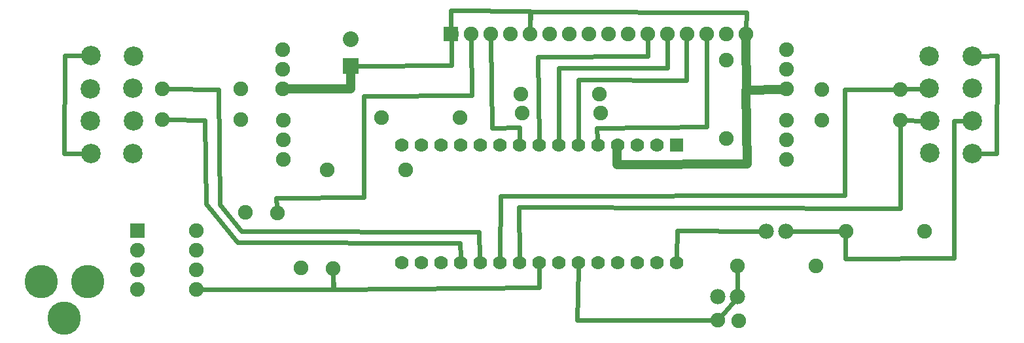
<source format=gbl>
G04 MADE WITH FRITZING*
G04 WWW.FRITZING.ORG*
G04 DOUBLE SIDED*
G04 HOLES PLATED*
G04 CONTOUR ON CENTER OF CONTOUR VECTOR*
%ASAXBY*%
%FSLAX23Y23*%
%MOIN*%
%OFA0B0*%
%SFA1.0B1.0*%
%ADD10C,0.075000*%
%ADD11C,0.099055*%
%ADD12C,0.070000*%
%ADD13C,0.080000*%
%ADD14C,0.078000*%
%ADD15C,0.170000*%
%ADD16R,0.075000X0.075000*%
%ADD17R,0.070000X0.069972*%
%ADD18R,0.080000X0.080000*%
%ADD19C,0.048000*%
%ADD20C,0.024000*%
%ADD21R,0.001000X0.001000*%
%LNCOPPER0*%
G90*
G70*
G54D10*
X2225Y1596D03*
X2325Y1596D03*
X2425Y1596D03*
X2525Y1596D03*
X2625Y1596D03*
X2725Y1596D03*
X2825Y1596D03*
X2925Y1596D03*
X3025Y1596D03*
X3125Y1596D03*
X3225Y1596D03*
X3325Y1596D03*
X3425Y1596D03*
X3525Y1596D03*
X3625Y1596D03*
X3725Y1596D03*
G54D11*
X390Y1486D03*
G54D12*
X3371Y1031D03*
X3271Y1031D03*
X3171Y1031D03*
X3071Y1031D03*
X2971Y1031D03*
X2871Y1031D03*
X2771Y1031D03*
X2671Y1031D03*
X2571Y1031D03*
X2471Y1031D03*
X2371Y1031D03*
X2271Y1031D03*
X2171Y1031D03*
X2071Y1031D03*
X1971Y1031D03*
X3371Y431D03*
X3271Y431D03*
X3171Y431D03*
X3071Y431D03*
X2971Y431D03*
X2871Y431D03*
X2771Y431D03*
X2671Y431D03*
X2571Y431D03*
X2471Y431D03*
X2371Y431D03*
X2271Y431D03*
X2171Y431D03*
X2071Y431D03*
X1971Y431D03*
G54D11*
X4878Y1319D03*
X4878Y1154D03*
G54D10*
X1365Y1316D03*
X1365Y1416D03*
X1365Y1516D03*
X1369Y1156D03*
X1369Y1056D03*
X1369Y956D03*
X3933Y1156D03*
X3933Y1056D03*
X3933Y956D03*
X3934Y1316D03*
X3934Y1416D03*
X3934Y1516D03*
X2980Y1291D03*
X2580Y1291D03*
X2985Y1195D03*
X2585Y1195D03*
X1592Y902D03*
X1992Y902D03*
X1870Y1171D03*
X2270Y1171D03*
G54D11*
X4879Y1484D03*
X606Y1484D03*
X4660Y1483D03*
X387Y1153D03*
X4662Y989D03*
X604Y987D03*
X387Y1317D03*
X4660Y1319D03*
X4664Y1153D03*
X605Y1154D03*
X603Y1319D03*
X390Y988D03*
X4878Y986D03*
G54D13*
X1712Y1432D03*
X1712Y1569D03*
G54D10*
X625Y594D03*
X925Y594D03*
X625Y494D03*
X925Y494D03*
X625Y394D03*
X925Y394D03*
X625Y294D03*
X925Y294D03*
X3627Y1464D03*
X3627Y1064D03*
X1340Y684D03*
X1623Y401D03*
X4082Y414D03*
X3682Y414D03*
X1176Y687D03*
X1459Y405D03*
X4511Y1315D03*
X4111Y1315D03*
X4235Y589D03*
X4635Y589D03*
X4511Y1157D03*
X4111Y1157D03*
X751Y1317D03*
X1151Y1317D03*
X754Y1159D03*
X1154Y1159D03*
G54D14*
X3828Y590D03*
X3928Y590D03*
X3684Y256D03*
X3584Y256D03*
G54D10*
X3689Y135D03*
X3583Y137D03*
G54D15*
X371Y332D03*
X135Y332D03*
X253Y147D03*
G54D16*
X2224Y1597D03*
G54D17*
X3371Y1031D03*
G54D18*
X1712Y1432D03*
G54D16*
X625Y594D03*
G54D19*
X1713Y1316D02*
X1712Y1401D01*
D02*
X1394Y1316D02*
X1713Y1316D01*
G54D20*
D02*
X3325Y1424D02*
X3325Y1568D01*
D02*
X2772Y1424D02*
X3325Y1424D01*
D02*
X2771Y1060D02*
X2772Y1424D01*
D02*
X2967Y1118D02*
X3526Y1122D01*
D02*
X3526Y1122D02*
X3525Y1568D01*
D02*
X2970Y1060D02*
X2967Y1118D01*
D02*
X2667Y1479D02*
X2671Y1060D01*
D02*
X3227Y1482D02*
X2667Y1479D01*
D02*
X3226Y1568D02*
X3227Y1482D01*
D02*
X2872Y1364D02*
X2871Y1060D01*
D02*
X3421Y1361D02*
X2872Y1364D01*
D02*
X3424Y1568D02*
X3421Y1361D01*
D02*
X4230Y772D02*
X4230Y1315D01*
D02*
X2476Y769D02*
X4230Y772D01*
D02*
X4230Y1315D02*
X4483Y1315D01*
D02*
X2472Y460D02*
X2476Y769D01*
D02*
X4513Y708D02*
X4511Y1128D01*
D02*
X2569Y713D02*
X4513Y708D01*
D02*
X2571Y460D02*
X2569Y713D01*
D02*
X2627Y1715D02*
X2625Y1625D01*
D02*
X2222Y1716D02*
X2627Y1715D01*
D02*
X2224Y1625D02*
X2222Y1716D01*
D02*
X2630Y1710D02*
X3728Y1708D01*
D02*
X3728Y1708D02*
X3726Y1625D01*
D02*
X2626Y1625D02*
X2630Y1710D01*
G54D19*
D02*
X3729Y1311D02*
X3905Y1315D01*
D02*
X3725Y1568D02*
X3729Y1311D01*
D02*
X3068Y929D02*
X3733Y935D01*
D02*
X3733Y935D02*
X3727Y1311D01*
D02*
X3070Y1001D02*
X3068Y929D01*
D02*
X3727Y1311D02*
X3905Y1315D01*
G54D20*
D02*
X2227Y1437D02*
X2225Y1568D01*
D02*
X1743Y1432D02*
X2227Y1437D01*
D02*
X2571Y1119D02*
X2571Y1060D01*
D02*
X2433Y1118D02*
X2571Y1119D01*
D02*
X2425Y1568D02*
X2433Y1118D01*
D02*
X1040Y1313D02*
X779Y1317D01*
D02*
X1045Y727D02*
X1040Y1313D01*
D02*
X1156Y589D02*
X1045Y727D01*
D02*
X2367Y587D02*
X1156Y589D01*
D02*
X2370Y460D02*
X2367Y587D01*
D02*
X975Y730D02*
X968Y1158D01*
D02*
X1137Y532D02*
X975Y730D01*
D02*
X968Y1158D02*
X783Y1159D01*
D02*
X2269Y531D02*
X1137Y532D01*
D02*
X2271Y460D02*
X2269Y531D01*
D02*
X4540Y1316D02*
X4620Y1318D01*
D02*
X4539Y1156D02*
X4623Y1154D01*
D02*
X1625Y294D02*
X1624Y372D01*
D02*
X954Y294D02*
X1625Y294D01*
D02*
X1624Y295D02*
X2672Y302D01*
D02*
X2672Y302D02*
X2671Y401D01*
D02*
X1623Y372D02*
X1624Y295D01*
D02*
X254Y988D02*
X349Y988D01*
D02*
X349Y1486D02*
X257Y1487D01*
D02*
X257Y1487D02*
X254Y988D01*
D02*
X5006Y1487D02*
X5004Y986D01*
D02*
X5004Y986D02*
X4918Y986D01*
D02*
X4920Y1485D02*
X5006Y1487D01*
D02*
X3684Y287D02*
X3682Y386D01*
D02*
X3601Y159D02*
X3665Y234D01*
D02*
X1780Y763D02*
X1332Y760D01*
D02*
X1332Y760D02*
X1337Y712D01*
D02*
X1780Y1280D02*
X1780Y763D01*
D02*
X2329Y1284D02*
X1780Y1280D01*
D02*
X2325Y1568D02*
X2329Y1284D01*
D02*
X4787Y452D02*
X4785Y1154D01*
D02*
X4785Y1154D02*
X4837Y1154D01*
D02*
X4233Y451D02*
X4787Y452D01*
D02*
X4234Y560D02*
X4233Y451D01*
D02*
X2865Y137D02*
X3554Y137D01*
D02*
X2871Y401D02*
X2865Y137D01*
D02*
X3376Y592D02*
X3798Y590D01*
D02*
X3372Y460D02*
X3376Y592D01*
D02*
X4206Y589D02*
X3958Y590D01*
G54D21*
D02*
G04 End of Copper0*
M02*
</source>
